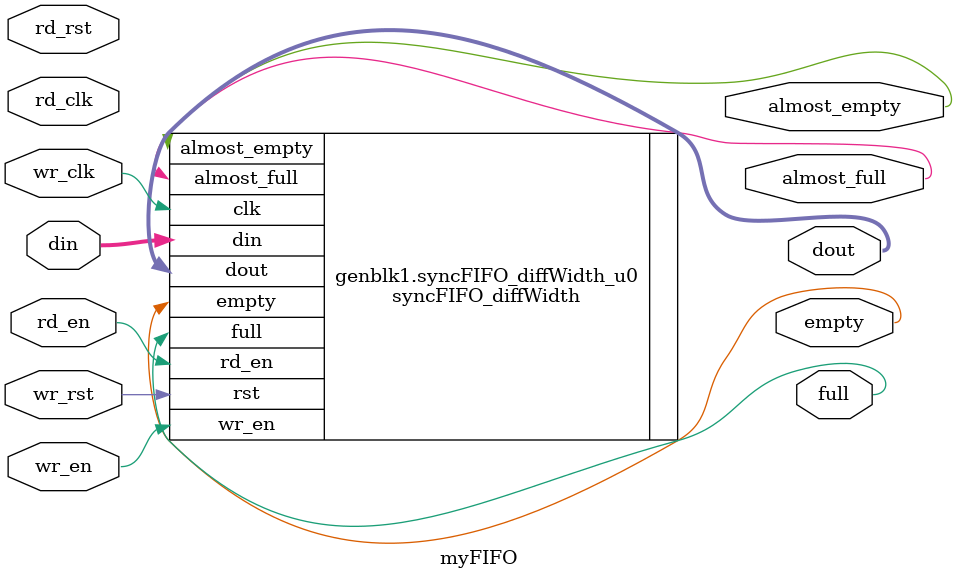
<source format=v>
/*
 * @Author       : Xu Xiaokang
 * @Email        : xuxiaokang_up@qq.com
 * @Date         : 2024-01-17 00:13:47
 * @LastEditors  : Xu Xiaokang
 * @LastEditTime : 2024-09-23 11:03:23
 * @Filename     :
 * @Description  :
*/

/*
! 模块功能: 全功能版FIFO, 支持同步/异步, 支持位宽变换, 支持almost full和almost empty
* 思路:
  1.
*/

`default_nettype none

module myFIFO
#(
  parameter [0 : 0] IS_ASYNC    = 0, // 1表示异步FIFO, 0(默认)表示同步FIFO
  parameter         DIN_WIDTH   = 8, // 输入数据位宽, 可取1, 2, 3, ... , 默认为8
  parameter         DOUT_WIDTH  = 8, // 输出数据位宽, 可取1, 2, 3, ... , 默认为8
  parameter         WADDR_WIDTH = 4, // 写入地址位宽, 可取1, 2, 3, ... , 默认为4, 对应深度2**4
  parameter RAM_STYLE = "distributed", // RAM类型, 可选"block", "distributed"(默认)
  parameter [0 : 0] FWFT_EN     = 1, // 首字直通特性使能, 默认为1, 表示使能首字直通
  parameter [0 : 0] MSB_FIFO    = 1  // 1(默认)表示高位先进先出,同Vivado FIFO一致; 0表示低位先进先出
)(
  input  wire [DIN_WIDTH-1:0] din,
  input  wire                 wr_en,
  output wire                 full,
  output wire                 almost_full,
  input  wire                 wr_clk,
  input  wire                 wr_rst,

  output wire [DOUT_WIDTH-1:0] dout,
  input  wire                  rd_en,
  output wire                  empty,
  output wire                  almost_empty,
  input  wire                  rd_clk,
  input  wire                  rd_rst
);


generate
if (IS_ASYNC == 1) begin
  asyncFIFO_diffWidth #(
    .DIN_WIDTH   (DIN_WIDTH  ),
    .DOUT_WIDTH  (DOUT_WIDTH ),
    .WADDR_WIDTH (WADDR_WIDTH),
    .RAM_STYLE   (RAM_STYLE  ),
    .FWFT_EN     (FWFT_EN    ),
    .MSB_FIFO    (MSB_FIFO   )
  ) asyncFIFO_diffWidth_u0 (
    .din          (din         ),
    .wr_en        (wr_en       ),
    .full         (full        ),
    .almost_full  (almost_full ),
    .wr_clk       (wr_clk      ),
    .wr_rst       (wr_rst      ),
    .dout         (dout        ),
    .rd_en        (rd_en       ),
    .empty        (empty       ),
    .almost_empty (almost_empty),
    .rd_clk       (rd_clk      ),
    .rd_rst       (rd_rst      )
  );
end
else begin
  syncFIFO_diffWidth #(
    .DIN_WIDTH   (DIN_WIDTH  ),
    .DOUT_WIDTH  (DOUT_WIDTH ),
    .WADDR_WIDTH (WADDR_WIDTH),
    .RAM_STYLE   (RAM_STYLE  ),
    .FWFT_EN     (FWFT_EN    ),
    .MSB_FIFO    (MSB_FIFO   )
  ) syncFIFO_diffWidth_u0 (
    .din          (din         ),
    .wr_en        (wr_en       ),
    .full         (full        ),
    .almost_full  (almost_full ),
    .dout         (dout        ),
    .rd_en        (rd_en       ),
    .empty        (empty       ),
    .almost_empty (almost_empty),
    .clk          (wr_clk      ),
    .rst          (wr_rst      )
  );
end
endgenerate


endmodule
`resetall
</source>
